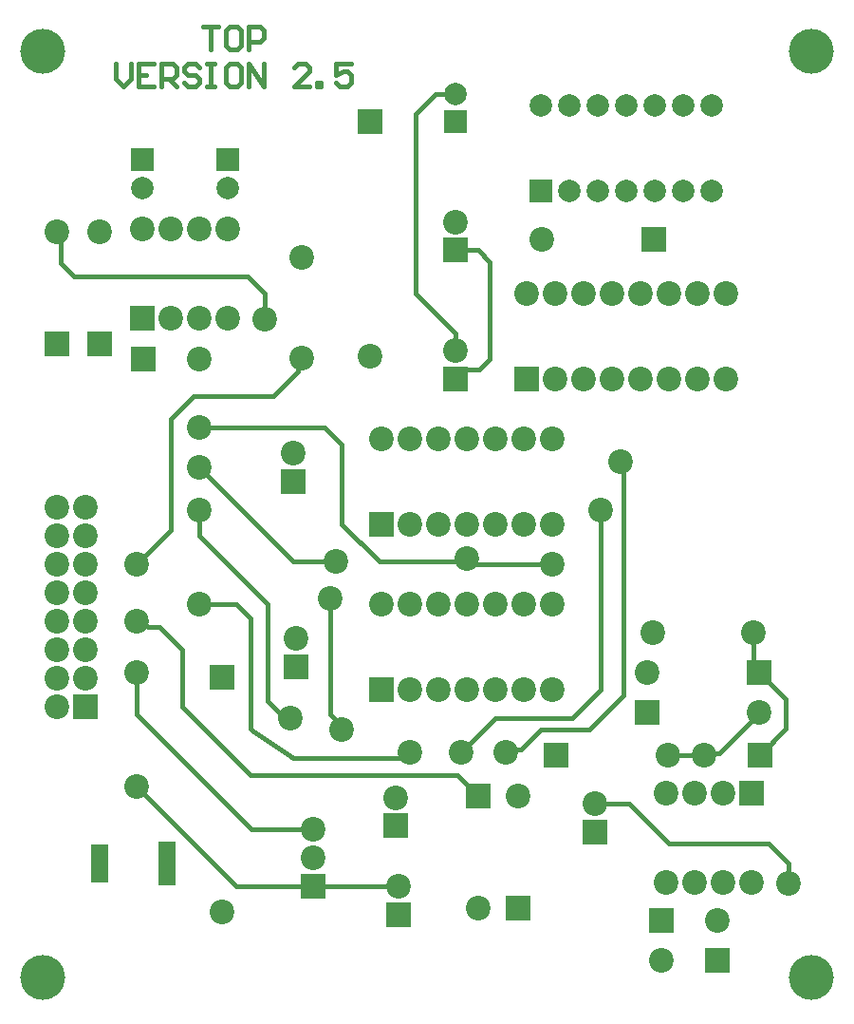
<source format=gtl>
G04*
G04 #@! TF.GenerationSoftware,Altium Limited,Altium Designer,21.2.1 (34)*
G04*
G04 Layer_Physical_Order=1*
G04 Layer_Color=255*
%FSLAX25Y25*%
%MOIN*%
G70*
G04*
G04 #@! TF.SameCoordinates,80AB4F38-7A27-461E-8C37-B356CBF0BF54*
G04*
G04*
G04 #@! TF.FilePolarity,Positive*
G04*
G01*
G75*
%ADD19R,0.08661X0.08661*%
%ADD20C,0.08661*%
%ADD23R,0.08661X0.08661*%
%ADD24R,0.07874X0.07874*%
%ADD25C,0.07874*%
%ADD31C,0.01500*%
%ADD32C,0.15748*%
%ADD33R,0.05906X0.15748*%
%ADD34R,0.05906X0.13780*%
%ADD35C,0.08661*%
D19*
X134000Y174000D02*
D03*
X78000Y120220D02*
D03*
X134000Y116000D02*
D03*
X104000Y124000D02*
D03*
X185000Y225000D02*
D03*
X130000Y315220D02*
D03*
X160000Y225000D02*
D03*
Y270079D02*
D03*
X264000Y79630D02*
D03*
X168000Y78685D02*
D03*
X209000Y66000D02*
D03*
X182000Y39315D02*
D03*
X35000Y237315D02*
D03*
X50000Y246370D02*
D03*
X20000Y237315D02*
D03*
X30000Y110000D02*
D03*
X140000Y37000D02*
D03*
X139000Y68158D02*
D03*
X103000Y189000D02*
D03*
D20*
X194000Y204000D02*
D03*
X184000D02*
D03*
X174000D02*
D03*
X164000D02*
D03*
X154000D02*
D03*
X144000D02*
D03*
X134000D02*
D03*
X194000Y174000D02*
D03*
X184000D02*
D03*
X174000D02*
D03*
X164000D02*
D03*
X154000D02*
D03*
X144000D02*
D03*
X78000Y37780D02*
D03*
X144000Y116000D02*
D03*
X154000D02*
D03*
X164000D02*
D03*
X174000D02*
D03*
X184000D02*
D03*
X194000D02*
D03*
X134000Y146000D02*
D03*
X144000D02*
D03*
X154000D02*
D03*
X164000D02*
D03*
X174000D02*
D03*
X184000D02*
D03*
X194000D02*
D03*
X104000Y133843D02*
D03*
X190315Y274000D02*
D03*
X195000Y225000D02*
D03*
X205000D02*
D03*
X215000D02*
D03*
X225000D02*
D03*
X235000D02*
D03*
X245000D02*
D03*
X255000D02*
D03*
X185000Y255000D02*
D03*
X195000D02*
D03*
X205000D02*
D03*
X215000D02*
D03*
X225000D02*
D03*
X235000D02*
D03*
X245000D02*
D03*
X255000D02*
D03*
X130000Y232780D02*
D03*
X160000Y234842D02*
D03*
X106000Y232283D02*
D03*
Y267717D02*
D03*
X160000Y279921D02*
D03*
X264000Y48370D02*
D03*
X254000D02*
D03*
X244000D02*
D03*
X234000D02*
D03*
Y79630D02*
D03*
X244000D02*
D03*
X254000D02*
D03*
X247158Y93000D02*
D03*
X251842Y35000D02*
D03*
X168000Y39315D02*
D03*
X266685Y108000D02*
D03*
X232157Y21000D02*
D03*
X209000Y75842D02*
D03*
X182000Y78685D02*
D03*
X35000Y276685D02*
D03*
X69842Y232000D02*
D03*
X50000Y277630D02*
D03*
X60000D02*
D03*
X70000D02*
D03*
X80000D02*
D03*
Y246370D02*
D03*
X70000D02*
D03*
X60000D02*
D03*
X20000Y276685D02*
D03*
X229283Y136000D02*
D03*
X264717D02*
D03*
X227315Y122000D02*
D03*
X20000Y180000D02*
D03*
X30000D02*
D03*
X20000Y170000D02*
D03*
X30000D02*
D03*
X20000Y160000D02*
D03*
X30000D02*
D03*
X20000Y150000D02*
D03*
X30000D02*
D03*
X20000Y140000D02*
D03*
X30000D02*
D03*
X20000Y130000D02*
D03*
X30000D02*
D03*
X20000Y120000D02*
D03*
X30000D02*
D03*
X20000Y110000D02*
D03*
X234685Y93000D02*
D03*
X140000Y46843D02*
D03*
X110000Y67000D02*
D03*
Y57000D02*
D03*
X139000Y78000D02*
D03*
X103000Y198843D02*
D03*
D23*
X229685Y274000D02*
D03*
X266843Y93000D02*
D03*
X232157Y35000D02*
D03*
X227315Y108000D02*
D03*
X251842Y21000D02*
D03*
X50157Y232000D02*
D03*
X266685Y122000D02*
D03*
X195315Y93000D02*
D03*
X110000Y47000D02*
D03*
D24*
X190000Y291000D02*
D03*
X160000Y315079D02*
D03*
X50000Y301842D02*
D03*
X80000D02*
D03*
D25*
X200000Y291000D02*
D03*
X210000D02*
D03*
X220000D02*
D03*
X230000D02*
D03*
X240000D02*
D03*
X250000D02*
D03*
X190000Y321000D02*
D03*
X200000D02*
D03*
X210000D02*
D03*
X220000D02*
D03*
X230000D02*
D03*
X240000D02*
D03*
X250000D02*
D03*
X160000Y324921D02*
D03*
X50000Y292000D02*
D03*
X80000D02*
D03*
D31*
X70000Y146000D02*
X83000D01*
X88000Y141000D01*
X247889Y93732D02*
X252732D01*
X256530Y97530D02*
X266685Y107685D01*
X252732Y93732D02*
X256530Y97530D01*
X256530D01*
X247158Y93000D02*
X247889Y93732D01*
X234685Y93000D02*
X247158D01*
X103000Y161000D02*
X118000D01*
X78000Y186000D02*
Y186000D01*
Y186000D02*
X103000Y161000D01*
X70000Y194000D02*
X78000Y186000D01*
X167921Y270079D02*
X172000Y266000D01*
Y232000D02*
Y266000D01*
X160000Y270079D02*
X167921D01*
X168164Y228164D02*
X172000Y232000D01*
X163164Y228164D02*
X168164D01*
X160000Y225000D02*
X163164Y228164D01*
X83000Y47000D02*
X110000D01*
X48000Y82000D02*
X83000Y47000D01*
X48000Y107364D02*
Y122000D01*
Y107364D02*
X88364Y67000D01*
X48000Y160000D02*
X60000Y172000D01*
Y211000D01*
X114000Y208000D02*
X120000Y202000D01*
Y174000D02*
X133250Y160750D01*
X120000Y174000D02*
Y202000D01*
X70000Y208000D02*
X114000D01*
X164000Y160750D02*
Y162000D01*
Y160081D02*
Y160750D01*
X133250D02*
X163330D01*
X164000Y160081D02*
X164081Y160000D01*
X194027D02*
X194027Y160000D01*
X164081Y160000D02*
X194027D01*
X116000Y107307D02*
Y148000D01*
Y107307D02*
X120000Y103306D01*
Y102000D02*
Y103306D01*
X162000Y94000D02*
X174020Y106020D01*
X201020D02*
X211000Y116000D01*
X174020Y106020D02*
X201020D01*
X190000Y102000D02*
X207000D01*
X219000Y114000D01*
X182893Y94893D02*
X190000Y102000D01*
X178893Y94893D02*
X182893D01*
X177740Y93740D02*
X178893Y94893D01*
X219000Y114000D02*
Y195000D01*
X218000Y196000D02*
X219000Y195000D01*
X88364Y67000D02*
X110000D01*
X56000Y138000D02*
X64000Y130000D01*
X51938Y138000D02*
X56000D01*
X64000Y109844D02*
Y130000D01*
X48000Y140000D02*
X49938D01*
X51938Y138000D01*
X64000Y109844D02*
X87844Y86000D01*
X160685D01*
X88089Y102144D02*
X88439Y101793D01*
X88545Y101688D02*
X103114Y92000D01*
X88439Y101793D02*
X88545Y101688D01*
X88000Y102565D02*
Y141000D01*
Y102565D02*
X88089Y102144D01*
X103114Y92000D02*
X140062D01*
X142062Y94000D01*
X94000Y112062D02*
Y146000D01*
X70000Y170000D02*
X94000Y146000D01*
Y112062D02*
X100062Y106000D01*
X102000D01*
X70000Y170000D02*
Y179000D01*
X142062Y94000D02*
X144000D01*
X160685Y86000D02*
X168000Y78685D01*
X235000Y62000D02*
X270000D01*
X221000Y76000D02*
X235000Y62000D01*
X270000D02*
X277000Y55000D01*
Y48000D02*
Y55000D01*
X209157Y76000D02*
X221000D01*
X209000Y75842D02*
X209157Y76000D01*
X146000Y255000D02*
X160000Y241000D01*
Y234842D02*
Y241000D01*
X146000Y255000D02*
Y318000D01*
X152921Y324921D01*
X160000D01*
X26000Y261000D02*
X87000D01*
X93000Y246000D02*
Y255000D01*
X87000Y261000D02*
X93000Y255000D01*
X21370Y265630D02*
X26000Y261000D01*
X21370Y265630D02*
Y275315D01*
X20000Y276685D02*
X21370Y275315D01*
X60000Y211000D02*
X68000Y219000D01*
X96000D01*
X104630Y227630D01*
X110000Y47000D02*
X110158Y46843D01*
X140000D01*
X104630Y227630D02*
Y230913D01*
X106000Y232283D01*
X211000Y116000D02*
Y179000D01*
X266843Y93000D02*
X276000Y102157D01*
Y112685D01*
X266685Y122000D02*
X276000Y112685D01*
X266685Y107685D02*
Y108000D01*
X264717Y123969D02*
X266685Y122000D01*
X264717Y123969D02*
Y136000D01*
X71337Y348694D02*
X76668D01*
X74003D01*
Y340697D01*
X83333Y348694D02*
X80667D01*
X79334Y347361D01*
Y342030D01*
X80667Y340697D01*
X83333D01*
X84666Y342030D01*
Y347361D01*
X83333Y348694D01*
X87332Y340697D02*
Y348694D01*
X91330D01*
X92663Y347361D01*
Y344696D01*
X91330Y343363D01*
X87332D01*
X40680Y335497D02*
Y330166D01*
X43346Y327500D01*
X46012Y330166D01*
Y335497D01*
X54009D02*
X48678D01*
Y327500D01*
X54009D01*
X48678Y331499D02*
X51343D01*
X56675Y327500D02*
Y335497D01*
X60674D01*
X62006Y334165D01*
Y331499D01*
X60674Y330166D01*
X56675D01*
X59341D02*
X62006Y327500D01*
X70004Y334165D02*
X68671Y335497D01*
X66005D01*
X64672Y334165D01*
Y332832D01*
X66005Y331499D01*
X68671D01*
X70004Y330166D01*
Y328833D01*
X68671Y327500D01*
X66005D01*
X64672Y328833D01*
X72670Y335497D02*
X75336D01*
X74003D01*
Y327500D01*
X72670D01*
X75336D01*
X83333Y335497D02*
X80667D01*
X79334Y334165D01*
Y328833D01*
X80667Y327500D01*
X83333D01*
X84666Y328833D01*
Y334165D01*
X83333Y335497D01*
X87332Y327500D02*
Y335497D01*
X92663Y327500D01*
Y335497D01*
X108658Y327500D02*
X103326D01*
X108658Y332832D01*
Y334165D01*
X107325Y335497D01*
X104659D01*
X103326Y334165D01*
X111324Y327500D02*
Y328833D01*
X112657D01*
Y327500D01*
X111324D01*
X123320Y335497D02*
X117988D01*
Y331499D01*
X120654Y332832D01*
X121987D01*
X123320Y331499D01*
Y328833D01*
X121987Y327500D01*
X119321D01*
X117988Y328833D01*
D32*
X15000Y15000D02*
D03*
Y340000D02*
D03*
X285000D02*
D03*
Y15000D02*
D03*
D33*
X58622Y55000D02*
D03*
D34*
X35000D02*
D03*
D35*
X70000Y146000D02*
D03*
X48000Y82000D02*
D03*
Y122000D02*
D03*
Y160000D02*
D03*
X164000Y162000D02*
D03*
X194027Y160000D02*
D03*
X116000Y148000D02*
D03*
X118000Y161000D02*
D03*
X120000Y102000D02*
D03*
X162000Y94000D02*
D03*
X177740Y93740D02*
D03*
X218000Y196000D02*
D03*
X70000Y208000D02*
D03*
Y194000D02*
D03*
X102000Y106000D02*
D03*
X144000Y94000D02*
D03*
X277000Y48000D02*
D03*
X93000Y246000D02*
D03*
X70000Y179000D02*
D03*
X48000Y140000D02*
D03*
X211000Y179000D02*
D03*
M02*

</source>
